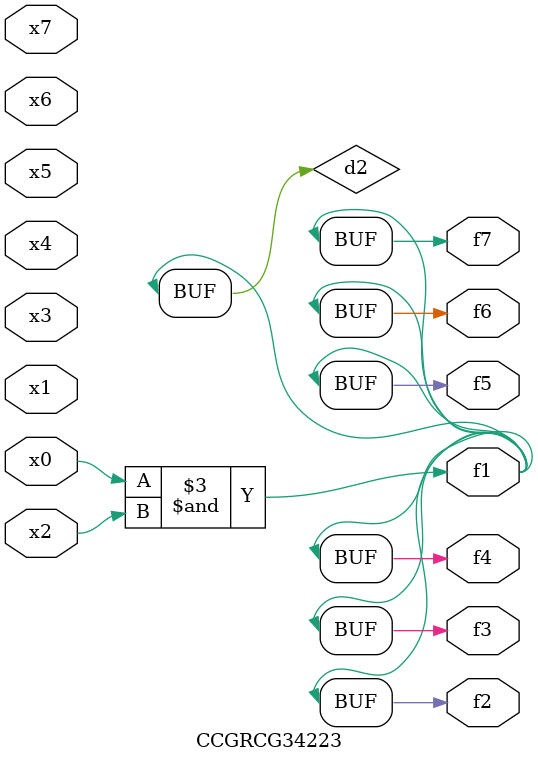
<source format=v>
module CCGRCG34223(
	input x0, x1, x2, x3, x4, x5, x6, x7,
	output f1, f2, f3, f4, f5, f6, f7
);

	wire d1, d2;

	nor (d1, x3, x6);
	and (d2, x0, x2);
	assign f1 = d2;
	assign f2 = d2;
	assign f3 = d2;
	assign f4 = d2;
	assign f5 = d2;
	assign f6 = d2;
	assign f7 = d2;
endmodule

</source>
